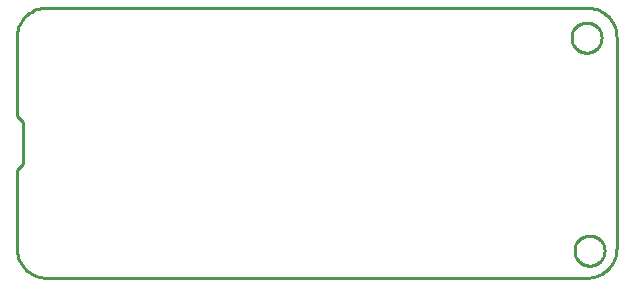
<source format=gbr>
G04 EAGLE Gerber RS-274X export*
G75*
%MOMM*%
%FSLAX34Y34*%
%LPD*%
%IN*%
%IPPOS*%
%AMOC8*
5,1,8,0,0,1.08239X$1,22.5*%
G01*
%ADD10C,0.254000*%


D10*
X0Y25400D02*
X97Y23186D01*
X386Y20989D01*
X865Y18826D01*
X1532Y16713D01*
X2380Y14666D01*
X3403Y12700D01*
X4594Y10831D01*
X5942Y9073D01*
X7440Y7440D01*
X9073Y5942D01*
X10831Y4594D01*
X12700Y3403D01*
X14666Y2380D01*
X16713Y1532D01*
X18826Y865D01*
X20989Y386D01*
X23186Y97D01*
X25400Y0D01*
X482600Y0D01*
X484814Y97D01*
X487011Y386D01*
X489174Y865D01*
X491287Y1532D01*
X493335Y2380D01*
X495300Y3403D01*
X497169Y4594D01*
X498927Y5942D01*
X500561Y7440D01*
X502058Y9073D01*
X503406Y10831D01*
X504597Y12700D01*
X505620Y14666D01*
X506468Y16713D01*
X507135Y18826D01*
X507614Y20989D01*
X507903Y23186D01*
X508000Y25400D01*
X508000Y203200D01*
X507903Y205414D01*
X507614Y207611D01*
X507135Y209774D01*
X506468Y211887D01*
X505620Y213935D01*
X504597Y215900D01*
X503406Y217769D01*
X502058Y219527D01*
X500561Y221161D01*
X498927Y222658D01*
X497169Y224006D01*
X495300Y225197D01*
X493335Y226220D01*
X491287Y227068D01*
X489174Y227735D01*
X487011Y228214D01*
X484814Y228503D01*
X482600Y228600D01*
X25400Y228600D01*
X23186Y228503D01*
X20989Y228214D01*
X18826Y227735D01*
X16713Y227068D01*
X14666Y226220D01*
X12700Y225197D01*
X10831Y224006D01*
X9073Y222658D01*
X7440Y221161D01*
X5942Y219527D01*
X4594Y217769D01*
X3403Y215900D01*
X2380Y213935D01*
X1532Y211887D01*
X865Y209774D01*
X386Y207611D01*
X97Y205414D01*
X0Y203200D01*
X0Y137160D01*
X5080Y132080D01*
X5080Y96520D01*
X0Y91440D01*
X0Y25400D01*
X495300Y202701D02*
X495222Y201706D01*
X495066Y200720D01*
X494833Y199750D01*
X494524Y198801D01*
X494142Y197879D01*
X493689Y196990D01*
X493168Y196139D01*
X492581Y195331D01*
X491933Y194573D01*
X491227Y193867D01*
X490469Y193219D01*
X489661Y192632D01*
X488810Y192111D01*
X487921Y191658D01*
X486999Y191276D01*
X486050Y190967D01*
X485080Y190734D01*
X484094Y190578D01*
X483099Y190500D01*
X482101Y190500D01*
X481106Y190578D01*
X480120Y190734D01*
X479150Y190967D01*
X478201Y191276D01*
X477279Y191658D01*
X476390Y192111D01*
X475539Y192632D01*
X474731Y193219D01*
X473973Y193867D01*
X473267Y194573D01*
X472619Y195331D01*
X472032Y196139D01*
X471511Y196990D01*
X471058Y197879D01*
X470676Y198801D01*
X470367Y199750D01*
X470134Y200720D01*
X469978Y201706D01*
X469900Y202701D01*
X469900Y203699D01*
X469978Y204694D01*
X470134Y205680D01*
X470367Y206650D01*
X470676Y207599D01*
X471058Y208521D01*
X471511Y209410D01*
X472032Y210261D01*
X472619Y211069D01*
X473267Y211827D01*
X473973Y212533D01*
X474731Y213181D01*
X475539Y213768D01*
X476390Y214289D01*
X477279Y214742D01*
X478201Y215124D01*
X479150Y215433D01*
X480120Y215666D01*
X481106Y215822D01*
X482101Y215900D01*
X483099Y215900D01*
X484094Y215822D01*
X485080Y215666D01*
X486050Y215433D01*
X486999Y215124D01*
X487921Y214742D01*
X488810Y214289D01*
X489661Y213768D01*
X490469Y213181D01*
X491227Y212533D01*
X491933Y211827D01*
X492581Y211069D01*
X493168Y210261D01*
X493689Y209410D01*
X494142Y208521D01*
X494524Y207599D01*
X494833Y206650D01*
X495066Y205680D01*
X495222Y204694D01*
X495300Y203699D01*
X495300Y202701D01*
X497840Y22361D02*
X497762Y21366D01*
X497606Y20380D01*
X497373Y19410D01*
X497064Y18461D01*
X496682Y17539D01*
X496229Y16650D01*
X495708Y15799D01*
X495121Y14991D01*
X494473Y14233D01*
X493767Y13527D01*
X493009Y12879D01*
X492201Y12292D01*
X491350Y11771D01*
X490461Y11318D01*
X489539Y10936D01*
X488590Y10627D01*
X487620Y10394D01*
X486634Y10238D01*
X485639Y10160D01*
X484641Y10160D01*
X483646Y10238D01*
X482660Y10394D01*
X481690Y10627D01*
X480741Y10936D01*
X479819Y11318D01*
X478930Y11771D01*
X478079Y12292D01*
X477271Y12879D01*
X476513Y13527D01*
X475807Y14233D01*
X475159Y14991D01*
X474572Y15799D01*
X474051Y16650D01*
X473598Y17539D01*
X473216Y18461D01*
X472907Y19410D01*
X472674Y20380D01*
X472518Y21366D01*
X472440Y22361D01*
X472440Y23359D01*
X472518Y24354D01*
X472674Y25340D01*
X472907Y26310D01*
X473216Y27259D01*
X473598Y28181D01*
X474051Y29070D01*
X474572Y29921D01*
X475159Y30729D01*
X475807Y31487D01*
X476513Y32193D01*
X477271Y32841D01*
X478079Y33428D01*
X478930Y33949D01*
X479819Y34402D01*
X480741Y34784D01*
X481690Y35093D01*
X482660Y35326D01*
X483646Y35482D01*
X484641Y35560D01*
X485639Y35560D01*
X486634Y35482D01*
X487620Y35326D01*
X488590Y35093D01*
X489539Y34784D01*
X490461Y34402D01*
X491350Y33949D01*
X492201Y33428D01*
X493009Y32841D01*
X493767Y32193D01*
X494473Y31487D01*
X495121Y30729D01*
X495708Y29921D01*
X496229Y29070D01*
X496682Y28181D01*
X497064Y27259D01*
X497373Y26310D01*
X497606Y25340D01*
X497762Y24354D01*
X497840Y23359D01*
X497840Y22361D01*
M02*

</source>
